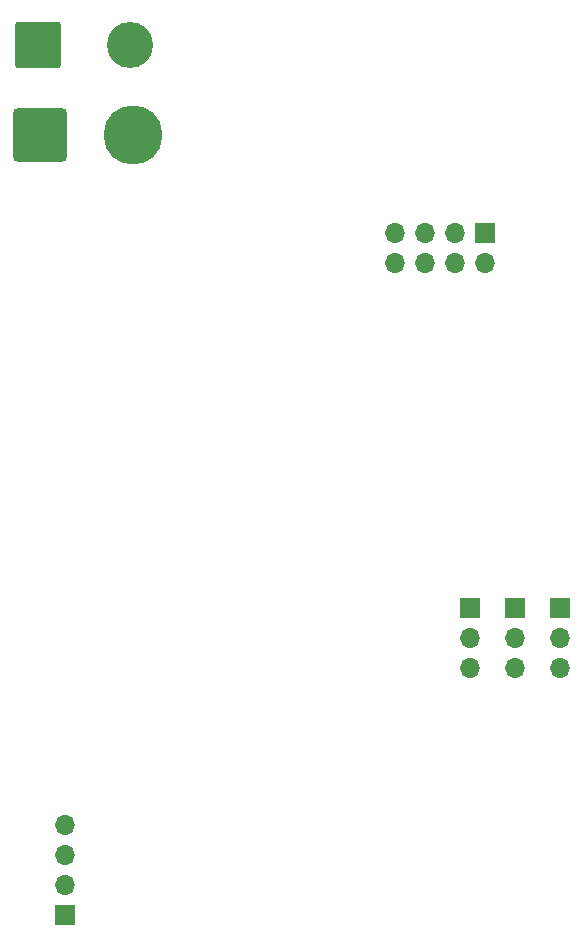
<source format=gbs>
%TF.GenerationSoftware,KiCad,Pcbnew,7.0.2*%
%TF.CreationDate,2023-07-26T19:57:58-04:00*%
%TF.ProjectId,avc-computer,6176632d-636f-46d7-9075-7465722e6b69,rev?*%
%TF.SameCoordinates,Original*%
%TF.FileFunction,Soldermask,Bot*%
%TF.FilePolarity,Negative*%
%FSLAX46Y46*%
G04 Gerber Fmt 4.6, Leading zero omitted, Abs format (unit mm)*
G04 Created by KiCad (PCBNEW 7.0.2) date 2023-07-26 19:57:58*
%MOMM*%
%LPD*%
G01*
G04 APERTURE LIST*
G04 Aperture macros list*
%AMRoundRect*
0 Rectangle with rounded corners*
0 $1 Rounding radius*
0 $2 $3 $4 $5 $6 $7 $8 $9 X,Y pos of 4 corners*
0 Add a 4 corners polygon primitive as box body*
4,1,4,$2,$3,$4,$5,$6,$7,$8,$9,$2,$3,0*
0 Add four circle primitives for the rounded corners*
1,1,$1+$1,$2,$3*
1,1,$1+$1,$4,$5*
1,1,$1+$1,$6,$7*
1,1,$1+$1,$8,$9*
0 Add four rect primitives between the rounded corners*
20,1,$1+$1,$2,$3,$4,$5,0*
20,1,$1+$1,$4,$5,$6,$7,0*
20,1,$1+$1,$6,$7,$8,$9,0*
20,1,$1+$1,$8,$9,$2,$3,0*%
G04 Aperture macros list end*
%ADD10R,1.700000X1.700000*%
%ADD11O,1.700000X1.700000*%
%ADD12RoundRect,0.250002X-1.699998X-1.699998X1.699998X-1.699998X1.699998X1.699998X-1.699998X1.699998X0*%
%ADD13C,3.900000*%
%ADD14RoundRect,0.288464X-1.961536X-1.961536X1.961536X-1.961536X1.961536X1.961536X-1.961536X1.961536X0*%
%ADD15C,5.000000*%
G04 APERTURE END LIST*
D10*
%TO.C,J8*%
X147955000Y-108585000D03*
D11*
X147955000Y-111125000D03*
X147955000Y-113665000D03*
%TD*%
D10*
%TO.C,J3*%
X144145000Y-108585000D03*
D11*
X144145000Y-111125000D03*
X144145000Y-113665000D03*
%TD*%
D12*
%TO.C,J2*%
X103780000Y-60960000D03*
D13*
X111580000Y-60960000D03*
%TD*%
D10*
%TO.C,J5*%
X140335000Y-108600000D03*
D11*
X140335000Y-111140000D03*
X140335000Y-113680000D03*
%TD*%
D10*
%TO.C,J6*%
X106045000Y-134620000D03*
D11*
X106045000Y-132080000D03*
X106045000Y-129540000D03*
X106045000Y-127000000D03*
%TD*%
D10*
%TO.C,J7*%
X141605000Y-76835000D03*
D11*
X141605000Y-79375000D03*
X139065000Y-76835000D03*
X139065000Y-79375000D03*
X136525000Y-76835000D03*
X136525000Y-79375000D03*
X133985000Y-76835000D03*
X133985000Y-79375000D03*
%TD*%
D14*
%TO.C,J4*%
X103960000Y-68580000D03*
D15*
X111760000Y-68580000D03*
%TD*%
M02*

</source>
